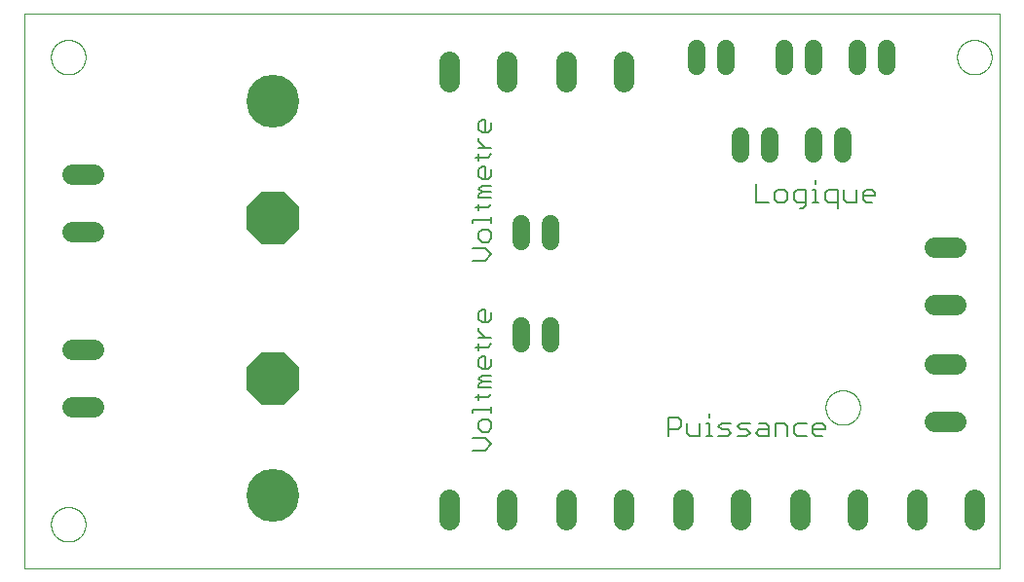
<source format=gtl>
G75*
%MOIN*%
%OFA0B0*%
%FSLAX25Y25*%
%IPPOS*%
%LPD*%
%AMOC8*
5,1,8,0,0,1.08239X$1,22.5*
%
%ADD10C,0.00000*%
%ADD11C,0.00600*%
%ADD12C,0.07050*%
%ADD13C,0.18100*%
%ADD14OC8,0.18100*%
%ADD15C,0.06000*%
D10*
X0002000Y0002000D02*
X0002000Y0191961D01*
X0335701Y0191961D01*
X0335701Y0002000D01*
X0002000Y0002000D01*
X0011094Y0017000D02*
X0011096Y0017153D01*
X0011102Y0017307D01*
X0011112Y0017460D01*
X0011126Y0017612D01*
X0011144Y0017765D01*
X0011166Y0017916D01*
X0011191Y0018067D01*
X0011221Y0018218D01*
X0011255Y0018368D01*
X0011292Y0018516D01*
X0011333Y0018664D01*
X0011378Y0018810D01*
X0011427Y0018956D01*
X0011480Y0019100D01*
X0011536Y0019242D01*
X0011596Y0019383D01*
X0011660Y0019523D01*
X0011727Y0019661D01*
X0011798Y0019797D01*
X0011873Y0019931D01*
X0011950Y0020063D01*
X0012032Y0020193D01*
X0012116Y0020321D01*
X0012204Y0020447D01*
X0012295Y0020570D01*
X0012389Y0020691D01*
X0012487Y0020809D01*
X0012587Y0020925D01*
X0012691Y0021038D01*
X0012797Y0021149D01*
X0012906Y0021257D01*
X0013018Y0021362D01*
X0013132Y0021463D01*
X0013250Y0021562D01*
X0013369Y0021658D01*
X0013491Y0021751D01*
X0013616Y0021840D01*
X0013743Y0021927D01*
X0013872Y0022009D01*
X0014003Y0022089D01*
X0014136Y0022165D01*
X0014271Y0022238D01*
X0014408Y0022307D01*
X0014547Y0022372D01*
X0014687Y0022434D01*
X0014829Y0022492D01*
X0014972Y0022547D01*
X0015117Y0022598D01*
X0015263Y0022645D01*
X0015410Y0022688D01*
X0015558Y0022727D01*
X0015707Y0022763D01*
X0015857Y0022794D01*
X0016008Y0022822D01*
X0016159Y0022846D01*
X0016312Y0022866D01*
X0016464Y0022882D01*
X0016617Y0022894D01*
X0016770Y0022902D01*
X0016923Y0022906D01*
X0017077Y0022906D01*
X0017230Y0022902D01*
X0017383Y0022894D01*
X0017536Y0022882D01*
X0017688Y0022866D01*
X0017841Y0022846D01*
X0017992Y0022822D01*
X0018143Y0022794D01*
X0018293Y0022763D01*
X0018442Y0022727D01*
X0018590Y0022688D01*
X0018737Y0022645D01*
X0018883Y0022598D01*
X0019028Y0022547D01*
X0019171Y0022492D01*
X0019313Y0022434D01*
X0019453Y0022372D01*
X0019592Y0022307D01*
X0019729Y0022238D01*
X0019864Y0022165D01*
X0019997Y0022089D01*
X0020128Y0022009D01*
X0020257Y0021927D01*
X0020384Y0021840D01*
X0020509Y0021751D01*
X0020631Y0021658D01*
X0020750Y0021562D01*
X0020868Y0021463D01*
X0020982Y0021362D01*
X0021094Y0021257D01*
X0021203Y0021149D01*
X0021309Y0021038D01*
X0021413Y0020925D01*
X0021513Y0020809D01*
X0021611Y0020691D01*
X0021705Y0020570D01*
X0021796Y0020447D01*
X0021884Y0020321D01*
X0021968Y0020193D01*
X0022050Y0020063D01*
X0022127Y0019931D01*
X0022202Y0019797D01*
X0022273Y0019661D01*
X0022340Y0019523D01*
X0022404Y0019383D01*
X0022464Y0019242D01*
X0022520Y0019100D01*
X0022573Y0018956D01*
X0022622Y0018810D01*
X0022667Y0018664D01*
X0022708Y0018516D01*
X0022745Y0018368D01*
X0022779Y0018218D01*
X0022809Y0018067D01*
X0022834Y0017916D01*
X0022856Y0017765D01*
X0022874Y0017612D01*
X0022888Y0017460D01*
X0022898Y0017307D01*
X0022904Y0017153D01*
X0022906Y0017000D01*
X0022904Y0016847D01*
X0022898Y0016693D01*
X0022888Y0016540D01*
X0022874Y0016388D01*
X0022856Y0016235D01*
X0022834Y0016084D01*
X0022809Y0015933D01*
X0022779Y0015782D01*
X0022745Y0015632D01*
X0022708Y0015484D01*
X0022667Y0015336D01*
X0022622Y0015190D01*
X0022573Y0015044D01*
X0022520Y0014900D01*
X0022464Y0014758D01*
X0022404Y0014617D01*
X0022340Y0014477D01*
X0022273Y0014339D01*
X0022202Y0014203D01*
X0022127Y0014069D01*
X0022050Y0013937D01*
X0021968Y0013807D01*
X0021884Y0013679D01*
X0021796Y0013553D01*
X0021705Y0013430D01*
X0021611Y0013309D01*
X0021513Y0013191D01*
X0021413Y0013075D01*
X0021309Y0012962D01*
X0021203Y0012851D01*
X0021094Y0012743D01*
X0020982Y0012638D01*
X0020868Y0012537D01*
X0020750Y0012438D01*
X0020631Y0012342D01*
X0020509Y0012249D01*
X0020384Y0012160D01*
X0020257Y0012073D01*
X0020128Y0011991D01*
X0019997Y0011911D01*
X0019864Y0011835D01*
X0019729Y0011762D01*
X0019592Y0011693D01*
X0019453Y0011628D01*
X0019313Y0011566D01*
X0019171Y0011508D01*
X0019028Y0011453D01*
X0018883Y0011402D01*
X0018737Y0011355D01*
X0018590Y0011312D01*
X0018442Y0011273D01*
X0018293Y0011237D01*
X0018143Y0011206D01*
X0017992Y0011178D01*
X0017841Y0011154D01*
X0017688Y0011134D01*
X0017536Y0011118D01*
X0017383Y0011106D01*
X0017230Y0011098D01*
X0017077Y0011094D01*
X0016923Y0011094D01*
X0016770Y0011098D01*
X0016617Y0011106D01*
X0016464Y0011118D01*
X0016312Y0011134D01*
X0016159Y0011154D01*
X0016008Y0011178D01*
X0015857Y0011206D01*
X0015707Y0011237D01*
X0015558Y0011273D01*
X0015410Y0011312D01*
X0015263Y0011355D01*
X0015117Y0011402D01*
X0014972Y0011453D01*
X0014829Y0011508D01*
X0014687Y0011566D01*
X0014547Y0011628D01*
X0014408Y0011693D01*
X0014271Y0011762D01*
X0014136Y0011835D01*
X0014003Y0011911D01*
X0013872Y0011991D01*
X0013743Y0012073D01*
X0013616Y0012160D01*
X0013491Y0012249D01*
X0013369Y0012342D01*
X0013250Y0012438D01*
X0013132Y0012537D01*
X0013018Y0012638D01*
X0012906Y0012743D01*
X0012797Y0012851D01*
X0012691Y0012962D01*
X0012587Y0013075D01*
X0012487Y0013191D01*
X0012389Y0013309D01*
X0012295Y0013430D01*
X0012204Y0013553D01*
X0012116Y0013679D01*
X0012032Y0013807D01*
X0011950Y0013937D01*
X0011873Y0014069D01*
X0011798Y0014203D01*
X0011727Y0014339D01*
X0011660Y0014477D01*
X0011596Y0014617D01*
X0011536Y0014758D01*
X0011480Y0014900D01*
X0011427Y0015044D01*
X0011378Y0015190D01*
X0011333Y0015336D01*
X0011292Y0015484D01*
X0011255Y0015632D01*
X0011221Y0015782D01*
X0011191Y0015933D01*
X0011166Y0016084D01*
X0011144Y0016235D01*
X0011126Y0016388D01*
X0011112Y0016540D01*
X0011102Y0016693D01*
X0011096Y0016847D01*
X0011094Y0017000D01*
X0011094Y0177000D02*
X0011096Y0177153D01*
X0011102Y0177307D01*
X0011112Y0177460D01*
X0011126Y0177612D01*
X0011144Y0177765D01*
X0011166Y0177916D01*
X0011191Y0178067D01*
X0011221Y0178218D01*
X0011255Y0178368D01*
X0011292Y0178516D01*
X0011333Y0178664D01*
X0011378Y0178810D01*
X0011427Y0178956D01*
X0011480Y0179100D01*
X0011536Y0179242D01*
X0011596Y0179383D01*
X0011660Y0179523D01*
X0011727Y0179661D01*
X0011798Y0179797D01*
X0011873Y0179931D01*
X0011950Y0180063D01*
X0012032Y0180193D01*
X0012116Y0180321D01*
X0012204Y0180447D01*
X0012295Y0180570D01*
X0012389Y0180691D01*
X0012487Y0180809D01*
X0012587Y0180925D01*
X0012691Y0181038D01*
X0012797Y0181149D01*
X0012906Y0181257D01*
X0013018Y0181362D01*
X0013132Y0181463D01*
X0013250Y0181562D01*
X0013369Y0181658D01*
X0013491Y0181751D01*
X0013616Y0181840D01*
X0013743Y0181927D01*
X0013872Y0182009D01*
X0014003Y0182089D01*
X0014136Y0182165D01*
X0014271Y0182238D01*
X0014408Y0182307D01*
X0014547Y0182372D01*
X0014687Y0182434D01*
X0014829Y0182492D01*
X0014972Y0182547D01*
X0015117Y0182598D01*
X0015263Y0182645D01*
X0015410Y0182688D01*
X0015558Y0182727D01*
X0015707Y0182763D01*
X0015857Y0182794D01*
X0016008Y0182822D01*
X0016159Y0182846D01*
X0016312Y0182866D01*
X0016464Y0182882D01*
X0016617Y0182894D01*
X0016770Y0182902D01*
X0016923Y0182906D01*
X0017077Y0182906D01*
X0017230Y0182902D01*
X0017383Y0182894D01*
X0017536Y0182882D01*
X0017688Y0182866D01*
X0017841Y0182846D01*
X0017992Y0182822D01*
X0018143Y0182794D01*
X0018293Y0182763D01*
X0018442Y0182727D01*
X0018590Y0182688D01*
X0018737Y0182645D01*
X0018883Y0182598D01*
X0019028Y0182547D01*
X0019171Y0182492D01*
X0019313Y0182434D01*
X0019453Y0182372D01*
X0019592Y0182307D01*
X0019729Y0182238D01*
X0019864Y0182165D01*
X0019997Y0182089D01*
X0020128Y0182009D01*
X0020257Y0181927D01*
X0020384Y0181840D01*
X0020509Y0181751D01*
X0020631Y0181658D01*
X0020750Y0181562D01*
X0020868Y0181463D01*
X0020982Y0181362D01*
X0021094Y0181257D01*
X0021203Y0181149D01*
X0021309Y0181038D01*
X0021413Y0180925D01*
X0021513Y0180809D01*
X0021611Y0180691D01*
X0021705Y0180570D01*
X0021796Y0180447D01*
X0021884Y0180321D01*
X0021968Y0180193D01*
X0022050Y0180063D01*
X0022127Y0179931D01*
X0022202Y0179797D01*
X0022273Y0179661D01*
X0022340Y0179523D01*
X0022404Y0179383D01*
X0022464Y0179242D01*
X0022520Y0179100D01*
X0022573Y0178956D01*
X0022622Y0178810D01*
X0022667Y0178664D01*
X0022708Y0178516D01*
X0022745Y0178368D01*
X0022779Y0178218D01*
X0022809Y0178067D01*
X0022834Y0177916D01*
X0022856Y0177765D01*
X0022874Y0177612D01*
X0022888Y0177460D01*
X0022898Y0177307D01*
X0022904Y0177153D01*
X0022906Y0177000D01*
X0022904Y0176847D01*
X0022898Y0176693D01*
X0022888Y0176540D01*
X0022874Y0176388D01*
X0022856Y0176235D01*
X0022834Y0176084D01*
X0022809Y0175933D01*
X0022779Y0175782D01*
X0022745Y0175632D01*
X0022708Y0175484D01*
X0022667Y0175336D01*
X0022622Y0175190D01*
X0022573Y0175044D01*
X0022520Y0174900D01*
X0022464Y0174758D01*
X0022404Y0174617D01*
X0022340Y0174477D01*
X0022273Y0174339D01*
X0022202Y0174203D01*
X0022127Y0174069D01*
X0022050Y0173937D01*
X0021968Y0173807D01*
X0021884Y0173679D01*
X0021796Y0173553D01*
X0021705Y0173430D01*
X0021611Y0173309D01*
X0021513Y0173191D01*
X0021413Y0173075D01*
X0021309Y0172962D01*
X0021203Y0172851D01*
X0021094Y0172743D01*
X0020982Y0172638D01*
X0020868Y0172537D01*
X0020750Y0172438D01*
X0020631Y0172342D01*
X0020509Y0172249D01*
X0020384Y0172160D01*
X0020257Y0172073D01*
X0020128Y0171991D01*
X0019997Y0171911D01*
X0019864Y0171835D01*
X0019729Y0171762D01*
X0019592Y0171693D01*
X0019453Y0171628D01*
X0019313Y0171566D01*
X0019171Y0171508D01*
X0019028Y0171453D01*
X0018883Y0171402D01*
X0018737Y0171355D01*
X0018590Y0171312D01*
X0018442Y0171273D01*
X0018293Y0171237D01*
X0018143Y0171206D01*
X0017992Y0171178D01*
X0017841Y0171154D01*
X0017688Y0171134D01*
X0017536Y0171118D01*
X0017383Y0171106D01*
X0017230Y0171098D01*
X0017077Y0171094D01*
X0016923Y0171094D01*
X0016770Y0171098D01*
X0016617Y0171106D01*
X0016464Y0171118D01*
X0016312Y0171134D01*
X0016159Y0171154D01*
X0016008Y0171178D01*
X0015857Y0171206D01*
X0015707Y0171237D01*
X0015558Y0171273D01*
X0015410Y0171312D01*
X0015263Y0171355D01*
X0015117Y0171402D01*
X0014972Y0171453D01*
X0014829Y0171508D01*
X0014687Y0171566D01*
X0014547Y0171628D01*
X0014408Y0171693D01*
X0014271Y0171762D01*
X0014136Y0171835D01*
X0014003Y0171911D01*
X0013872Y0171991D01*
X0013743Y0172073D01*
X0013616Y0172160D01*
X0013491Y0172249D01*
X0013369Y0172342D01*
X0013250Y0172438D01*
X0013132Y0172537D01*
X0013018Y0172638D01*
X0012906Y0172743D01*
X0012797Y0172851D01*
X0012691Y0172962D01*
X0012587Y0173075D01*
X0012487Y0173191D01*
X0012389Y0173309D01*
X0012295Y0173430D01*
X0012204Y0173553D01*
X0012116Y0173679D01*
X0012032Y0173807D01*
X0011950Y0173937D01*
X0011873Y0174069D01*
X0011798Y0174203D01*
X0011727Y0174339D01*
X0011660Y0174477D01*
X0011596Y0174617D01*
X0011536Y0174758D01*
X0011480Y0174900D01*
X0011427Y0175044D01*
X0011378Y0175190D01*
X0011333Y0175336D01*
X0011292Y0175484D01*
X0011255Y0175632D01*
X0011221Y0175782D01*
X0011191Y0175933D01*
X0011166Y0176084D01*
X0011144Y0176235D01*
X0011126Y0176388D01*
X0011112Y0176540D01*
X0011102Y0176693D01*
X0011096Y0176847D01*
X0011094Y0177000D01*
X0276094Y0057000D02*
X0276096Y0057153D01*
X0276102Y0057307D01*
X0276112Y0057460D01*
X0276126Y0057612D01*
X0276144Y0057765D01*
X0276166Y0057916D01*
X0276191Y0058067D01*
X0276221Y0058218D01*
X0276255Y0058368D01*
X0276292Y0058516D01*
X0276333Y0058664D01*
X0276378Y0058810D01*
X0276427Y0058956D01*
X0276480Y0059100D01*
X0276536Y0059242D01*
X0276596Y0059383D01*
X0276660Y0059523D01*
X0276727Y0059661D01*
X0276798Y0059797D01*
X0276873Y0059931D01*
X0276950Y0060063D01*
X0277032Y0060193D01*
X0277116Y0060321D01*
X0277204Y0060447D01*
X0277295Y0060570D01*
X0277389Y0060691D01*
X0277487Y0060809D01*
X0277587Y0060925D01*
X0277691Y0061038D01*
X0277797Y0061149D01*
X0277906Y0061257D01*
X0278018Y0061362D01*
X0278132Y0061463D01*
X0278250Y0061562D01*
X0278369Y0061658D01*
X0278491Y0061751D01*
X0278616Y0061840D01*
X0278743Y0061927D01*
X0278872Y0062009D01*
X0279003Y0062089D01*
X0279136Y0062165D01*
X0279271Y0062238D01*
X0279408Y0062307D01*
X0279547Y0062372D01*
X0279687Y0062434D01*
X0279829Y0062492D01*
X0279972Y0062547D01*
X0280117Y0062598D01*
X0280263Y0062645D01*
X0280410Y0062688D01*
X0280558Y0062727D01*
X0280707Y0062763D01*
X0280857Y0062794D01*
X0281008Y0062822D01*
X0281159Y0062846D01*
X0281312Y0062866D01*
X0281464Y0062882D01*
X0281617Y0062894D01*
X0281770Y0062902D01*
X0281923Y0062906D01*
X0282077Y0062906D01*
X0282230Y0062902D01*
X0282383Y0062894D01*
X0282536Y0062882D01*
X0282688Y0062866D01*
X0282841Y0062846D01*
X0282992Y0062822D01*
X0283143Y0062794D01*
X0283293Y0062763D01*
X0283442Y0062727D01*
X0283590Y0062688D01*
X0283737Y0062645D01*
X0283883Y0062598D01*
X0284028Y0062547D01*
X0284171Y0062492D01*
X0284313Y0062434D01*
X0284453Y0062372D01*
X0284592Y0062307D01*
X0284729Y0062238D01*
X0284864Y0062165D01*
X0284997Y0062089D01*
X0285128Y0062009D01*
X0285257Y0061927D01*
X0285384Y0061840D01*
X0285509Y0061751D01*
X0285631Y0061658D01*
X0285750Y0061562D01*
X0285868Y0061463D01*
X0285982Y0061362D01*
X0286094Y0061257D01*
X0286203Y0061149D01*
X0286309Y0061038D01*
X0286413Y0060925D01*
X0286513Y0060809D01*
X0286611Y0060691D01*
X0286705Y0060570D01*
X0286796Y0060447D01*
X0286884Y0060321D01*
X0286968Y0060193D01*
X0287050Y0060063D01*
X0287127Y0059931D01*
X0287202Y0059797D01*
X0287273Y0059661D01*
X0287340Y0059523D01*
X0287404Y0059383D01*
X0287464Y0059242D01*
X0287520Y0059100D01*
X0287573Y0058956D01*
X0287622Y0058810D01*
X0287667Y0058664D01*
X0287708Y0058516D01*
X0287745Y0058368D01*
X0287779Y0058218D01*
X0287809Y0058067D01*
X0287834Y0057916D01*
X0287856Y0057765D01*
X0287874Y0057612D01*
X0287888Y0057460D01*
X0287898Y0057307D01*
X0287904Y0057153D01*
X0287906Y0057000D01*
X0287904Y0056847D01*
X0287898Y0056693D01*
X0287888Y0056540D01*
X0287874Y0056388D01*
X0287856Y0056235D01*
X0287834Y0056084D01*
X0287809Y0055933D01*
X0287779Y0055782D01*
X0287745Y0055632D01*
X0287708Y0055484D01*
X0287667Y0055336D01*
X0287622Y0055190D01*
X0287573Y0055044D01*
X0287520Y0054900D01*
X0287464Y0054758D01*
X0287404Y0054617D01*
X0287340Y0054477D01*
X0287273Y0054339D01*
X0287202Y0054203D01*
X0287127Y0054069D01*
X0287050Y0053937D01*
X0286968Y0053807D01*
X0286884Y0053679D01*
X0286796Y0053553D01*
X0286705Y0053430D01*
X0286611Y0053309D01*
X0286513Y0053191D01*
X0286413Y0053075D01*
X0286309Y0052962D01*
X0286203Y0052851D01*
X0286094Y0052743D01*
X0285982Y0052638D01*
X0285868Y0052537D01*
X0285750Y0052438D01*
X0285631Y0052342D01*
X0285509Y0052249D01*
X0285384Y0052160D01*
X0285257Y0052073D01*
X0285128Y0051991D01*
X0284997Y0051911D01*
X0284864Y0051835D01*
X0284729Y0051762D01*
X0284592Y0051693D01*
X0284453Y0051628D01*
X0284313Y0051566D01*
X0284171Y0051508D01*
X0284028Y0051453D01*
X0283883Y0051402D01*
X0283737Y0051355D01*
X0283590Y0051312D01*
X0283442Y0051273D01*
X0283293Y0051237D01*
X0283143Y0051206D01*
X0282992Y0051178D01*
X0282841Y0051154D01*
X0282688Y0051134D01*
X0282536Y0051118D01*
X0282383Y0051106D01*
X0282230Y0051098D01*
X0282077Y0051094D01*
X0281923Y0051094D01*
X0281770Y0051098D01*
X0281617Y0051106D01*
X0281464Y0051118D01*
X0281312Y0051134D01*
X0281159Y0051154D01*
X0281008Y0051178D01*
X0280857Y0051206D01*
X0280707Y0051237D01*
X0280558Y0051273D01*
X0280410Y0051312D01*
X0280263Y0051355D01*
X0280117Y0051402D01*
X0279972Y0051453D01*
X0279829Y0051508D01*
X0279687Y0051566D01*
X0279547Y0051628D01*
X0279408Y0051693D01*
X0279271Y0051762D01*
X0279136Y0051835D01*
X0279003Y0051911D01*
X0278872Y0051991D01*
X0278743Y0052073D01*
X0278616Y0052160D01*
X0278491Y0052249D01*
X0278369Y0052342D01*
X0278250Y0052438D01*
X0278132Y0052537D01*
X0278018Y0052638D01*
X0277906Y0052743D01*
X0277797Y0052851D01*
X0277691Y0052962D01*
X0277587Y0053075D01*
X0277487Y0053191D01*
X0277389Y0053309D01*
X0277295Y0053430D01*
X0277204Y0053553D01*
X0277116Y0053679D01*
X0277032Y0053807D01*
X0276950Y0053937D01*
X0276873Y0054069D01*
X0276798Y0054203D01*
X0276727Y0054339D01*
X0276660Y0054477D01*
X0276596Y0054617D01*
X0276536Y0054758D01*
X0276480Y0054900D01*
X0276427Y0055044D01*
X0276378Y0055190D01*
X0276333Y0055336D01*
X0276292Y0055484D01*
X0276255Y0055632D01*
X0276221Y0055782D01*
X0276191Y0055933D01*
X0276166Y0056084D01*
X0276144Y0056235D01*
X0276126Y0056388D01*
X0276112Y0056540D01*
X0276102Y0056693D01*
X0276096Y0056847D01*
X0276094Y0057000D01*
X0321094Y0177000D02*
X0321096Y0177153D01*
X0321102Y0177307D01*
X0321112Y0177460D01*
X0321126Y0177612D01*
X0321144Y0177765D01*
X0321166Y0177916D01*
X0321191Y0178067D01*
X0321221Y0178218D01*
X0321255Y0178368D01*
X0321292Y0178516D01*
X0321333Y0178664D01*
X0321378Y0178810D01*
X0321427Y0178956D01*
X0321480Y0179100D01*
X0321536Y0179242D01*
X0321596Y0179383D01*
X0321660Y0179523D01*
X0321727Y0179661D01*
X0321798Y0179797D01*
X0321873Y0179931D01*
X0321950Y0180063D01*
X0322032Y0180193D01*
X0322116Y0180321D01*
X0322204Y0180447D01*
X0322295Y0180570D01*
X0322389Y0180691D01*
X0322487Y0180809D01*
X0322587Y0180925D01*
X0322691Y0181038D01*
X0322797Y0181149D01*
X0322906Y0181257D01*
X0323018Y0181362D01*
X0323132Y0181463D01*
X0323250Y0181562D01*
X0323369Y0181658D01*
X0323491Y0181751D01*
X0323616Y0181840D01*
X0323743Y0181927D01*
X0323872Y0182009D01*
X0324003Y0182089D01*
X0324136Y0182165D01*
X0324271Y0182238D01*
X0324408Y0182307D01*
X0324547Y0182372D01*
X0324687Y0182434D01*
X0324829Y0182492D01*
X0324972Y0182547D01*
X0325117Y0182598D01*
X0325263Y0182645D01*
X0325410Y0182688D01*
X0325558Y0182727D01*
X0325707Y0182763D01*
X0325857Y0182794D01*
X0326008Y0182822D01*
X0326159Y0182846D01*
X0326312Y0182866D01*
X0326464Y0182882D01*
X0326617Y0182894D01*
X0326770Y0182902D01*
X0326923Y0182906D01*
X0327077Y0182906D01*
X0327230Y0182902D01*
X0327383Y0182894D01*
X0327536Y0182882D01*
X0327688Y0182866D01*
X0327841Y0182846D01*
X0327992Y0182822D01*
X0328143Y0182794D01*
X0328293Y0182763D01*
X0328442Y0182727D01*
X0328590Y0182688D01*
X0328737Y0182645D01*
X0328883Y0182598D01*
X0329028Y0182547D01*
X0329171Y0182492D01*
X0329313Y0182434D01*
X0329453Y0182372D01*
X0329592Y0182307D01*
X0329729Y0182238D01*
X0329864Y0182165D01*
X0329997Y0182089D01*
X0330128Y0182009D01*
X0330257Y0181927D01*
X0330384Y0181840D01*
X0330509Y0181751D01*
X0330631Y0181658D01*
X0330750Y0181562D01*
X0330868Y0181463D01*
X0330982Y0181362D01*
X0331094Y0181257D01*
X0331203Y0181149D01*
X0331309Y0181038D01*
X0331413Y0180925D01*
X0331513Y0180809D01*
X0331611Y0180691D01*
X0331705Y0180570D01*
X0331796Y0180447D01*
X0331884Y0180321D01*
X0331968Y0180193D01*
X0332050Y0180063D01*
X0332127Y0179931D01*
X0332202Y0179797D01*
X0332273Y0179661D01*
X0332340Y0179523D01*
X0332404Y0179383D01*
X0332464Y0179242D01*
X0332520Y0179100D01*
X0332573Y0178956D01*
X0332622Y0178810D01*
X0332667Y0178664D01*
X0332708Y0178516D01*
X0332745Y0178368D01*
X0332779Y0178218D01*
X0332809Y0178067D01*
X0332834Y0177916D01*
X0332856Y0177765D01*
X0332874Y0177612D01*
X0332888Y0177460D01*
X0332898Y0177307D01*
X0332904Y0177153D01*
X0332906Y0177000D01*
X0332904Y0176847D01*
X0332898Y0176693D01*
X0332888Y0176540D01*
X0332874Y0176388D01*
X0332856Y0176235D01*
X0332834Y0176084D01*
X0332809Y0175933D01*
X0332779Y0175782D01*
X0332745Y0175632D01*
X0332708Y0175484D01*
X0332667Y0175336D01*
X0332622Y0175190D01*
X0332573Y0175044D01*
X0332520Y0174900D01*
X0332464Y0174758D01*
X0332404Y0174617D01*
X0332340Y0174477D01*
X0332273Y0174339D01*
X0332202Y0174203D01*
X0332127Y0174069D01*
X0332050Y0173937D01*
X0331968Y0173807D01*
X0331884Y0173679D01*
X0331796Y0173553D01*
X0331705Y0173430D01*
X0331611Y0173309D01*
X0331513Y0173191D01*
X0331413Y0173075D01*
X0331309Y0172962D01*
X0331203Y0172851D01*
X0331094Y0172743D01*
X0330982Y0172638D01*
X0330868Y0172537D01*
X0330750Y0172438D01*
X0330631Y0172342D01*
X0330509Y0172249D01*
X0330384Y0172160D01*
X0330257Y0172073D01*
X0330128Y0171991D01*
X0329997Y0171911D01*
X0329864Y0171835D01*
X0329729Y0171762D01*
X0329592Y0171693D01*
X0329453Y0171628D01*
X0329313Y0171566D01*
X0329171Y0171508D01*
X0329028Y0171453D01*
X0328883Y0171402D01*
X0328737Y0171355D01*
X0328590Y0171312D01*
X0328442Y0171273D01*
X0328293Y0171237D01*
X0328143Y0171206D01*
X0327992Y0171178D01*
X0327841Y0171154D01*
X0327688Y0171134D01*
X0327536Y0171118D01*
X0327383Y0171106D01*
X0327230Y0171098D01*
X0327077Y0171094D01*
X0326923Y0171094D01*
X0326770Y0171098D01*
X0326617Y0171106D01*
X0326464Y0171118D01*
X0326312Y0171134D01*
X0326159Y0171154D01*
X0326008Y0171178D01*
X0325857Y0171206D01*
X0325707Y0171237D01*
X0325558Y0171273D01*
X0325410Y0171312D01*
X0325263Y0171355D01*
X0325117Y0171402D01*
X0324972Y0171453D01*
X0324829Y0171508D01*
X0324687Y0171566D01*
X0324547Y0171628D01*
X0324408Y0171693D01*
X0324271Y0171762D01*
X0324136Y0171835D01*
X0324003Y0171911D01*
X0323872Y0171991D01*
X0323743Y0172073D01*
X0323616Y0172160D01*
X0323491Y0172249D01*
X0323369Y0172342D01*
X0323250Y0172438D01*
X0323132Y0172537D01*
X0323018Y0172638D01*
X0322906Y0172743D01*
X0322797Y0172851D01*
X0322691Y0172962D01*
X0322587Y0173075D01*
X0322487Y0173191D01*
X0322389Y0173309D01*
X0322295Y0173430D01*
X0322204Y0173553D01*
X0322116Y0173679D01*
X0322032Y0173807D01*
X0321950Y0173937D01*
X0321873Y0174069D01*
X0321798Y0174203D01*
X0321727Y0174339D01*
X0321660Y0174477D01*
X0321596Y0174617D01*
X0321536Y0174758D01*
X0321480Y0174900D01*
X0321427Y0175044D01*
X0321378Y0175190D01*
X0321333Y0175336D01*
X0321292Y0175484D01*
X0321255Y0175632D01*
X0321221Y0175782D01*
X0321191Y0175933D01*
X0321166Y0176084D01*
X0321144Y0176235D01*
X0321126Y0176388D01*
X0321112Y0176540D01*
X0321102Y0176693D01*
X0321096Y0176847D01*
X0321094Y0177000D01*
D11*
X0272704Y0134773D02*
X0272704Y0133705D01*
X0272704Y0131570D02*
X0272704Y0127300D01*
X0271636Y0127300D02*
X0273772Y0127300D01*
X0275933Y0128368D02*
X0277001Y0127300D01*
X0280204Y0127300D01*
X0280204Y0125165D02*
X0280204Y0131570D01*
X0277001Y0131570D01*
X0275933Y0130503D01*
X0275933Y0128368D01*
X0272704Y0131570D02*
X0271636Y0131570D01*
X0269461Y0131570D02*
X0266259Y0131570D01*
X0265191Y0130503D01*
X0265191Y0128368D01*
X0266259Y0127300D01*
X0269461Y0127300D01*
X0269461Y0126232D02*
X0269461Y0131570D01*
X0269461Y0126232D02*
X0268394Y0125165D01*
X0267326Y0125165D01*
X0263016Y0128368D02*
X0261948Y0127300D01*
X0259813Y0127300D01*
X0258745Y0128368D01*
X0258745Y0130503D01*
X0259813Y0131570D01*
X0261948Y0131570D01*
X0263016Y0130503D01*
X0263016Y0128368D01*
X0256570Y0127300D02*
X0252300Y0127300D01*
X0252300Y0133705D01*
X0282379Y0131570D02*
X0282379Y0128368D01*
X0283447Y0127300D01*
X0286649Y0127300D01*
X0286649Y0131570D01*
X0288824Y0130503D02*
X0288824Y0128368D01*
X0289892Y0127300D01*
X0292027Y0127300D01*
X0293095Y0129435D02*
X0288824Y0129435D01*
X0288824Y0130503D02*
X0289892Y0131570D01*
X0292027Y0131570D01*
X0293095Y0130503D01*
X0293095Y0129435D01*
X0236259Y0054773D02*
X0236259Y0053705D01*
X0236259Y0051570D02*
X0236259Y0047300D01*
X0237326Y0047300D02*
X0235191Y0047300D01*
X0233016Y0047300D02*
X0233016Y0051570D01*
X0235191Y0051570D02*
X0236259Y0051570D01*
X0239488Y0050503D02*
X0240556Y0051570D01*
X0243758Y0051570D01*
X0242691Y0049435D02*
X0240556Y0049435D01*
X0239488Y0050503D01*
X0239488Y0047300D02*
X0242691Y0047300D01*
X0243758Y0048368D01*
X0242691Y0049435D01*
X0245933Y0050503D02*
X0247001Y0051570D01*
X0250204Y0051570D01*
X0249136Y0049435D02*
X0247001Y0049435D01*
X0245933Y0050503D01*
X0245933Y0047300D02*
X0249136Y0047300D01*
X0250204Y0048368D01*
X0249136Y0049435D01*
X0252379Y0048368D02*
X0253447Y0049435D01*
X0256649Y0049435D01*
X0256649Y0050503D02*
X0256649Y0047300D01*
X0253447Y0047300D01*
X0252379Y0048368D01*
X0255582Y0051570D02*
X0256649Y0050503D01*
X0255582Y0051570D02*
X0253447Y0051570D01*
X0258824Y0051570D02*
X0258824Y0047300D01*
X0263095Y0047300D02*
X0263095Y0050503D01*
X0262027Y0051570D01*
X0258824Y0051570D01*
X0265270Y0050503D02*
X0265270Y0048368D01*
X0266338Y0047300D01*
X0269540Y0047300D01*
X0271715Y0048368D02*
X0271715Y0050503D01*
X0272783Y0051570D01*
X0274918Y0051570D01*
X0275986Y0050503D01*
X0275986Y0049435D01*
X0271715Y0049435D01*
X0271715Y0048368D02*
X0272783Y0047300D01*
X0274918Y0047300D01*
X0269540Y0051570D02*
X0266338Y0051570D01*
X0265270Y0050503D01*
X0233016Y0047300D02*
X0229813Y0047300D01*
X0228745Y0048368D01*
X0228745Y0051570D01*
X0226570Y0050503D02*
X0225503Y0049435D01*
X0222300Y0049435D01*
X0222300Y0047300D02*
X0222300Y0053705D01*
X0225503Y0053705D01*
X0226570Y0052638D01*
X0226570Y0050503D01*
X0161700Y0049813D02*
X0160632Y0048745D01*
X0158497Y0048745D01*
X0157430Y0049813D01*
X0157430Y0051948D01*
X0158497Y0053016D01*
X0160632Y0053016D01*
X0161700Y0051948D01*
X0161700Y0049813D01*
X0159565Y0046570D02*
X0155295Y0046570D01*
X0159565Y0046570D02*
X0161700Y0044435D01*
X0159565Y0042300D01*
X0155295Y0042300D01*
X0155295Y0055191D02*
X0155295Y0056259D01*
X0161700Y0056259D01*
X0161700Y0057326D02*
X0161700Y0055191D01*
X0157430Y0059488D02*
X0157430Y0061623D01*
X0156362Y0060556D02*
X0160632Y0060556D01*
X0161700Y0061623D01*
X0161700Y0063785D02*
X0157430Y0063785D01*
X0157430Y0064853D01*
X0158497Y0065920D01*
X0157430Y0066988D01*
X0158497Y0068055D01*
X0161700Y0068055D01*
X0161700Y0065920D02*
X0158497Y0065920D01*
X0158497Y0070230D02*
X0157430Y0071298D01*
X0157430Y0073433D01*
X0158497Y0074501D01*
X0159565Y0074501D01*
X0159565Y0070230D01*
X0160632Y0070230D02*
X0158497Y0070230D01*
X0160632Y0070230D02*
X0161700Y0071298D01*
X0161700Y0073433D01*
X0160632Y0077744D02*
X0156362Y0077744D01*
X0157430Y0078811D02*
X0157430Y0076676D01*
X0160632Y0077744D02*
X0161700Y0078811D01*
X0161700Y0080973D02*
X0157430Y0080973D01*
X0159565Y0080973D02*
X0157430Y0083108D01*
X0157430Y0084176D01*
X0158497Y0086344D02*
X0157430Y0087412D01*
X0157430Y0089547D01*
X0158497Y0090615D01*
X0159565Y0090615D01*
X0159565Y0086344D01*
X0160632Y0086344D02*
X0158497Y0086344D01*
X0160632Y0086344D02*
X0161700Y0087412D01*
X0161700Y0089547D01*
X0159565Y0107300D02*
X0155295Y0107300D01*
X0159565Y0107300D02*
X0161700Y0109435D01*
X0159565Y0111570D01*
X0155295Y0111570D01*
X0158497Y0113745D02*
X0160632Y0113745D01*
X0161700Y0114813D01*
X0161700Y0116948D01*
X0160632Y0118016D01*
X0158497Y0118016D01*
X0157430Y0116948D01*
X0157430Y0114813D01*
X0158497Y0113745D01*
X0155295Y0120191D02*
X0155295Y0121259D01*
X0161700Y0121259D01*
X0161700Y0122326D02*
X0161700Y0120191D01*
X0157430Y0124488D02*
X0157430Y0126623D01*
X0156362Y0125556D02*
X0160632Y0125556D01*
X0161700Y0126623D01*
X0161700Y0128785D02*
X0157430Y0128785D01*
X0157430Y0129853D01*
X0158497Y0130920D01*
X0157430Y0131988D01*
X0158497Y0133055D01*
X0161700Y0133055D01*
X0161700Y0130920D02*
X0158497Y0130920D01*
X0158497Y0135230D02*
X0157430Y0136298D01*
X0157430Y0138433D01*
X0158497Y0139501D01*
X0159565Y0139501D01*
X0159565Y0135230D01*
X0160632Y0135230D02*
X0158497Y0135230D01*
X0160632Y0135230D02*
X0161700Y0136298D01*
X0161700Y0138433D01*
X0160632Y0142744D02*
X0156362Y0142744D01*
X0157430Y0143811D02*
X0157430Y0141676D01*
X0160632Y0142744D02*
X0161700Y0143811D01*
X0161700Y0145973D02*
X0157430Y0145973D01*
X0159565Y0145973D02*
X0157430Y0148108D01*
X0157430Y0149176D01*
X0158497Y0151344D02*
X0157430Y0152412D01*
X0157430Y0154547D01*
X0158497Y0155615D01*
X0159565Y0155615D01*
X0159565Y0151344D01*
X0160632Y0151344D02*
X0158497Y0151344D01*
X0160632Y0151344D02*
X0161700Y0152412D01*
X0161700Y0154547D01*
D12*
X0166843Y0168475D02*
X0166843Y0175525D01*
X0147157Y0175525D02*
X0147157Y0168475D01*
X0187157Y0168475D02*
X0187157Y0175525D01*
X0206843Y0175525D02*
X0206843Y0168475D01*
X0313475Y0111843D02*
X0320525Y0111843D01*
X0320525Y0092157D02*
X0313475Y0092157D01*
X0313475Y0071843D02*
X0320525Y0071843D01*
X0320525Y0052157D02*
X0313475Y0052157D01*
X0307157Y0025525D02*
X0307157Y0018475D01*
X0326843Y0018475D02*
X0326843Y0025525D01*
X0286843Y0025525D02*
X0286843Y0018475D01*
X0267157Y0018475D02*
X0267157Y0025525D01*
X0246843Y0025525D02*
X0246843Y0018475D01*
X0227157Y0018475D02*
X0227157Y0025525D01*
X0206843Y0025525D02*
X0206843Y0018475D01*
X0187157Y0018475D02*
X0187157Y0025525D01*
X0166843Y0025525D02*
X0166843Y0018475D01*
X0147157Y0018475D02*
X0147157Y0025525D01*
X0025525Y0057157D02*
X0018475Y0057157D01*
X0018475Y0076843D02*
X0025525Y0076843D01*
X0025525Y0117157D02*
X0018475Y0117157D01*
X0018475Y0136843D02*
X0025525Y0136843D01*
D13*
X0087000Y0162000D03*
X0087000Y0027000D03*
D14*
X0087000Y0067000D03*
X0087000Y0122000D03*
D15*
X0172000Y0120000D02*
X0172000Y0114000D01*
X0182000Y0114000D02*
X0182000Y0120000D01*
X0182000Y0085000D02*
X0182000Y0079000D01*
X0172000Y0079000D02*
X0172000Y0085000D01*
X0247000Y0144000D02*
X0247000Y0150000D01*
X0257000Y0150000D02*
X0257000Y0144000D01*
X0272000Y0144000D02*
X0272000Y0150000D01*
X0282000Y0150000D02*
X0282000Y0144000D01*
X0287000Y0174000D02*
X0287000Y0180000D01*
X0297000Y0180000D02*
X0297000Y0174000D01*
X0272000Y0174000D02*
X0272000Y0180000D01*
X0262000Y0180000D02*
X0262000Y0174000D01*
X0242000Y0174000D02*
X0242000Y0180000D01*
X0232000Y0180000D02*
X0232000Y0174000D01*
M02*

</source>
